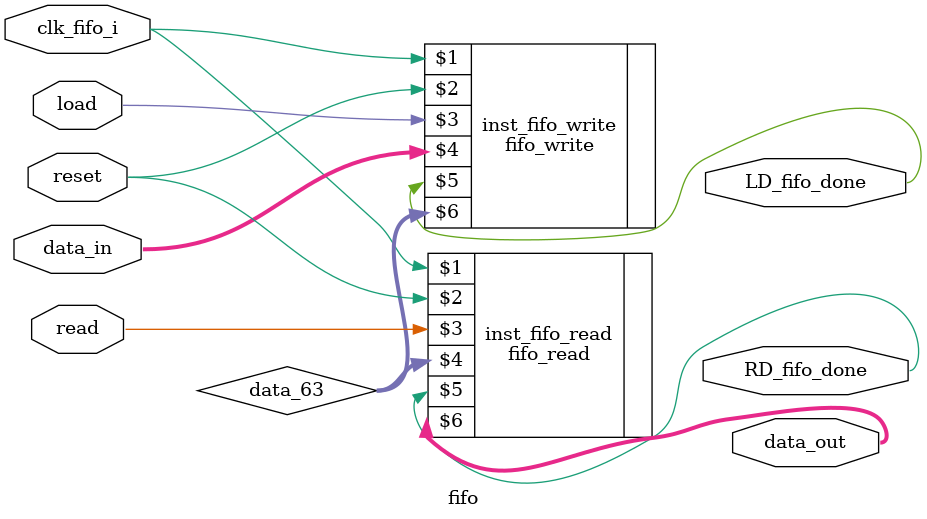
<source format=v>
module fifo(clk_fifo_i, reset, load, read, data_in, LD_fifo_done, RD_fifo_done, data_out);
input clk_fifo_i, reset, load, read;
input [7:0] data_in;
output LD_fifo_done;
output RD_fifo_done;
output [7:0] data_out;

wire [63:0] data_63;

fifo_write inst_fifo_write(clk_fifo_i, reset, load, data_in, LD_fifo_done, data_63);
fifo_read inst_fifo_read(clk_fifo_i, reset, read, data_63, RD_fifo_done, data_out);

endmodule
</source>
